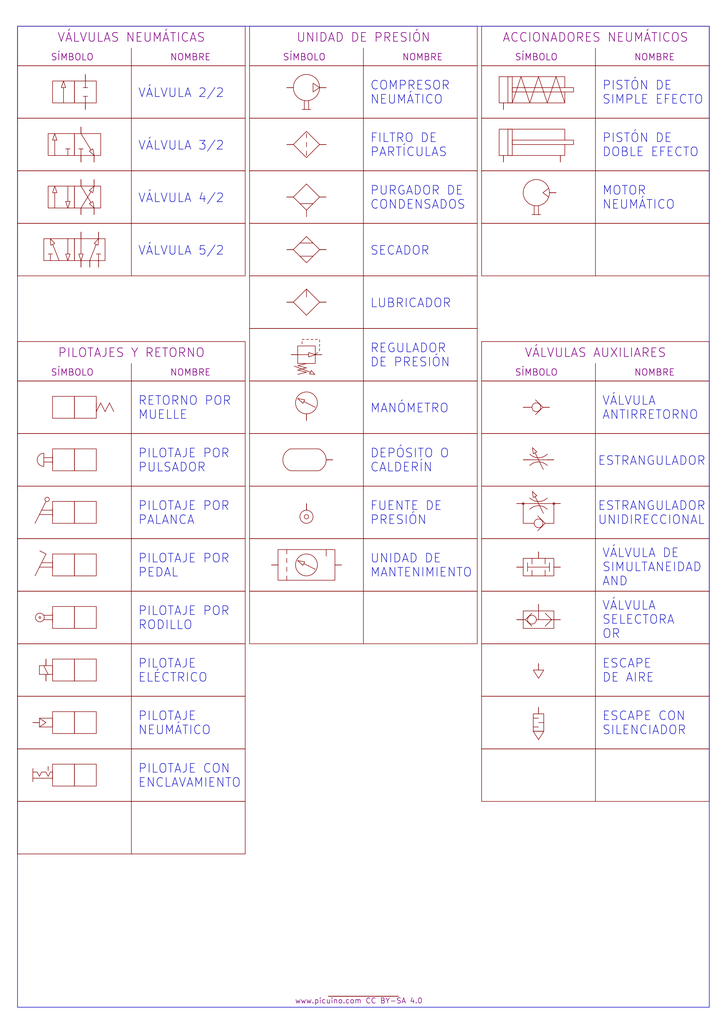
<source format=kicad_sch>
(kicad_sch (version 20230121) (generator eeschema)
  (paper "A4" portrait)
  (title_block (title "Símbolos neumáticos.") (date "20/05/2022") (company "www.picuino.com") (comment 1 "Copyright (c) 2022 by Carlos Pardo") (comment 2 "License CC BY-SA 4.0"))
  (lib_symbols
    (symbol "neumatic-simbolos-nombres-rescue:Calderin-simbolos" (pin_names (offset 1.016))
      (symbol "Calderin-simbolos_0_1"
        (arc (start -10.414 3.175) (mid -12.5636 0) (end -10.414 -3.175))
        (arc (start -2.159 -3.175) (mid -0.0094 0) (end -2.159 3.175))
        (polyline (pts (xy -10.414 -3.175) (xy -2.159 -3.175)))
        (polyline (pts (xy -2.159 3.175) (xy -10.414 3.175)))
      )
      (symbol "Calderin-simbolos_1_1"
        (pin bidirectional line (at 1.905 0 180) (length 1.905) (name "") (number ""))
      )
    )
    (symbol "neumatic-simbolos-nombres-rescue:Compresor-simbolos" (pin_names (offset 1.016))
      (symbol "Compresor-simbolos_0_1"
        (circle (center -3.81 0) (radius 3.81))
        (polyline (pts (xy -5.08 -6.35) (xy -2.54 -6.35)))
        (polyline (pts (xy -4.445 -3.81) (xy -4.445 -6.35)))
        (polyline (pts (xy -3.175 -3.81) (xy -3.175 -6.35)))
        (polyline (pts (xy 0 0) (xy -1.905 1.27) (xy -1.905 -1.27) (xy 0 0)))
      )
      (symbol "Compresor-simbolos_1_1"
        (pin input line (at -9.525 0 0) (length 1.905) (name "") (number ""))
        (pin output line (at 1.905 0 180) (length 1.905) (name "") (number ""))
      )
    )
    (symbol "neumatic-simbolos-nombres-rescue:CopyRight-simbolos-simbolos" (pin_names (offset 1.016))
      (property "License" "CC BY-SA 4.0" (at -1.27 -1.27 0))
      (property "Web" "www.picuino.com" (at 0 -1.27 0))
      (symbol "CopyRight-simbolos-simbolos_0_1"
        (polyline (pts (xy -10.16 0) (xy 10.16 0)) (stroke (width 0.2032)))
      )
    )
    (symbol "neumatic-simbolos-nombres-rescue:Escape-simbolos" (pin_names (offset 1.016))
      (symbol "Escape-simbolos_0_1"
        (polyline (pts (xy -1.524 -1.905) (xy 1.524 -1.905) (xy 0 -4.318) (xy -1.524 -1.905)))
      )
      (symbol "Escape-simbolos_1_1"
        (pin input line (at 0 0 270) (length 1.905) (name "") (number ""))
      )
    )
    (symbol "neumatic-simbolos-nombres-rescue:Escape_silenciador-simbolos" (pin_names (offset 1.016))
      (symbol "Escape_silenciador-simbolos_0_1"
        (rectangle (start -1.524 -1.905) (end 1.524 -6.985))
        (polyline (pts (xy -1.524 -5.715) (xy 0 -5.715)))
        (polyline (pts (xy -1.524 -3.175) (xy 0 -3.175)))
        (polyline (pts (xy 1.524 -4.445) (xy 0 -4.445)))
        (polyline (pts (xy -1.524 -6.985) (xy 1.524 -6.985) (xy 0 -9.398) (xy -1.524 -6.985)))
      )
      (symbol "Escape_silenciador-simbolos_1_1"
        (pin input line (at 0 0 270) (length 1.905) (name "") (number ""))
      )
    )
    (symbol "neumatic-simbolos-nombres-rescue:Estrangulador-simbolos" (pin_names (offset 1.016))
      (symbol "Estrangulador-simbolos_0_1"
        (arc (start -2.54 1.651) (mid 0 0.5989) (end 2.54 1.651))
        (polyline (pts (xy -2.54 0) (xy 2.54 0)))
        (polyline (pts (xy -1.397 -2.794) (xy 1.016 2.032)))
        (polyline (pts (xy 0.508 2.286) (xy 1.524 1.778)))
        (polyline (pts (xy 1.524 1.778) (xy 1.778 3.556) (xy 0.508 2.286)))
        (arc (start 2.54 -1.651) (mid 0 -0.5989) (end -2.54 -1.651))
      )
      (symbol "Estrangulador-simbolos_1_1"
        (pin output line (at -4.445 0 0) (length 1.905) (name "") (number ""))
        (pin input line (at 4.445 0 180) (length 1.905) (name "") (number ""))
      )
    )
    (symbol "neumatic-simbolos-nombres-rescue:Estrangulador_unidireccional-simbolos" (pin_names (offset 1.016))
      (symbol "Estrangulador_unidireccional-simbolos_0_1"
        (circle (center -4.445 0) (radius 0.2794))
        (arc (start -2.54 1.651) (mid 0 0.5989) (end 2.54 1.651))
        (polyline (pts (xy -0.508 2.286) (xy -1.524 1.778)))
        (polyline (pts (xy 1.397 -2.794) (xy -1.016 2.032)))
        (polyline (pts (xy 4.445 0) (xy -4.445 0)))
        (polyline (pts (xy -1.524 1.778) (xy -1.778 3.556) (xy -0.508 2.286)))
        (polyline (pts (xy -1.27 -5.715) (xy -4.445 -5.715) (xy -4.445 0)))
        (polyline (pts (xy 1.905 -5.715) (xy 4.445 -5.715) (xy 4.445 0)))
        (arc (start 2.54 -1.651) (mid 0 -0.5989) (end -2.54 -1.651))
        (circle (center 4.445 0) (radius 0.2794))
      )
      (symbol "Estrangulador_unidireccional-simbolos_1_1"
        (circle (center 0 -5.715) (radius 1.27))
        (polyline (pts (xy 1.905 -5.715) (xy -0.254 -7.874)))
        (polyline (pts (xy 1.905 -5.715) (xy -0.254 -3.556)))
        (pin output line (at -6.35 0 0) (length 1.905) (name "") (number ""))
        (pin input line (at 6.35 0 180) (length 1.905) (name "") (number ""))
      )
    )
    (symbol "neumatic-simbolos-nombres-rescue:Filtro_aire-simbolos" (pin_names (offset 1.016))
      (symbol "Filtro_aire-simbolos_0_1"
        (polyline (pts (xy -3.81 -1.905) (xy -3.81 -3.175)))
        (polyline (pts (xy -3.81 0.635) (xy -3.81 -0.635)))
        (polyline (pts (xy -3.81 3.175) (xy -3.81 1.905)))
        (polyline (pts (xy -3.81 3.81) (xy -7.62 0) (xy -3.81 -3.81) (xy 0 0) (xy -3.81 3.81)))
      )
      (symbol "Filtro_aire-simbolos_1_1"
        (pin input line (at -9.525 0 0) (length 1.905) (name "") (number ""))
        (pin output line (at 1.905 0 180) (length 1.905) (name "") (number ""))
      )
    )
    (symbol "neumatic-simbolos-nombres-rescue:Fuente_presion-simbolos" (pin_names (offset 1.016))
      (symbol "Fuente_presion-simbolos_0_1"
        (circle (center 0 3.81) (radius 0.635))
        (circle (center 0 3.81) (radius 1.905))
      )
      (symbol "Fuente_presion-simbolos_1_1"
        (pin output line (at 0 0 90) (length 1.905) (name "") (number ""))
      )
    )
    (symbol "neumatic-simbolos-nombres-rescue:Lubricador-simbolos" (pin_names (offset 1.016))
      (symbol "Lubricador-simbolos_0_1"
        (polyline (pts (xy -3.81 3.81) (xy -3.81 1.524)))
        (polyline (pts (xy -3.81 3.81) (xy -7.62 0) (xy -3.81 -3.81) (xy 0 0) (xy -3.81 3.81)))
      )
      (symbol "Lubricador-simbolos_1_1"
        (pin input line (at -9.525 0 0) (length 1.905) (name "") (number ""))
        (pin output line (at 1.905 0 180) (length 1.905) (name "") (number ""))
      )
    )
    (symbol "neumatic-simbolos-nombres-rescue:Manometro-simbolos" (pin_names (offset 1.016))
      (symbol "Manometro-simbolos_0_1"
        (polyline (pts (xy -0.762 5.461) (xy 2.54 3.81)))
        (polyline (pts (xy -0.762 5.461) (xy -1.016 4.953) (xy -2.54 6.35)))
        (polyline (pts (xy -0.762 5.461) (xy -0.508 5.969) (xy -2.54 6.35)))
        (circle (center 0 5.08) (radius 3.175))
      )
      (symbol "Manometro-simbolos_1_1"
        (pin output line (at 0 0 90) (length 1.905) (name "") (number ""))
      )
    )
    (symbol "neumatic-simbolos-nombres-rescue:Marco_1-simbolos" (pin_names (offset 1.016))
      (symbol "Marco_1-simbolos_0_1"
        (polyline (pts (xy 0 -15.24) (xy 0 0)))
        (polyline (pts (xy 0 -15.24) (xy 66.04 -15.24)))
        (polyline (pts (xy 0 0) (xy 66.04 0)))
        (polyline (pts (xy 33.02 0) (xy 33.02 -15.24)))
        (polyline (pts (xy 66.04 0) (xy 66.04 -15.24)))
      )
    )
    (symbol "neumatic-simbolos-nombres-rescue:Marco_2-simbolos" (pin_names (offset 1.016))
      (property "Field4" "TIPO" (at 33.02 -4.445 0))
      (property "Field5" "SÍMBOLO" (at 11.43 -11.43 0))
      (property "Field7" "NOMBRE" (at 48.26 -11.43 0))
      (symbol "Marco_2-simbolos_0_1"
        (polyline (pts (xy 0 -12.7) (xy 0 -1.27)))
        (polyline (pts (xy 0 -1.27) (xy 66.04 -1.27)))
        (polyline (pts (xy 33.02 -12.7) (xy 0 -12.7)))
        (polyline (pts (xy 33.02 -12.7) (xy 66.04 -12.7)))
        (polyline (pts (xy 33.02 -7.62) (xy 33.02 -12.7)))
        (polyline (pts (xy 66.04 -1.27) (xy 66.04 -12.7)))
      )
    )
    (symbol "neumatic-simbolos-nombres-rescue:Motor_giratorio-simbolos" (pin_names (offset 1.016))
      (symbol "Motor_giratorio-simbolos_0_1"
        (circle (center -3.81 0) (radius 3.81))
        (polyline (pts (xy -5.08 -6.35) (xy -2.54 -6.35)))
        (polyline (pts (xy -4.445 -3.81) (xy -4.445 -6.35)))
        (polyline (pts (xy -3.175 -3.81) (xy -3.175 -6.35)))
        (polyline (pts (xy -0.254 1.27) (xy -1.905 0) (xy -0.254 -1.27)))
      )
      (symbol "Motor_giratorio-simbolos_1_1"
        (pin input line (at 1.905 0 180) (length 1.905) (name "") (number ""))
      )
    )
    (symbol "neumatic-simbolos-nombres-rescue:Pilotaje_electrico-simbolos" (pin_names (offset 1.016))
      (symbol "Pilotaje_electrico-simbolos_0_1"
        (polyline (pts (xy -2.54 1.27) (xy -1.27 -1.27)))
        (rectangle (start 0 1.27) (end -3.81 -1.27))
      )
      (symbol "Pilotaje_electrico-simbolos_1_1"
        (pin input line (at -1.905 -3.175 90) (length 1.905) (name "") (number ""))
        (pin input line (at -1.905 3.175 270) (length 1.905) (name "") (number ""))
      )
    )
    (symbol "neumatic-simbolos-nombres-rescue:Pilotaje_enclavamiento-simbolos" (pin_names (offset 1.016))
      (symbol "Pilotaje_enclavamiento-simbolos_0_1"
        (polyline (pts (xy -3.175 1.905) (xy -3.175 -1.905)))
        (polyline (pts (xy 1.27 2.54) (xy 1.27 1.27)))
        (polyline (pts (xy 2.54 -0.889) (xy -3.175 -0.889)))
        (polyline (pts (xy 2.54 1.27) (xy 2.54 -1.27)))
        (polyline (pts (xy -3.175 0.889) (xy -1.905 0.889) (xy -1.27 -0.381) (xy -0.635 0.889) (xy 0.635 0.889) (xy 1.27 -0.381) (xy 1.905 0.889) (xy 2.54 0.889)))
      )
    )
    (symbol "neumatic-simbolos-nombres-rescue:Pilotaje_muelle-simbolos" (pin_names (offset 1.016))
      (symbol "Pilotaje_muelle-simbolos_0_1"
        (polyline (pts (xy 0 1.27) (xy 0 -1.27) (xy 1.27 1.27) (xy 2.54 -1.27) (xy 3.81 1.27) (xy 5.08 -1.27)))
      )
    )
    (symbol "neumatic-simbolos-nombres-rescue:Pilotaje_neumatico-simbolos" (pin_names (offset 1.016))
      (symbol "Pilotaje_neumatico-simbolos_0_1"
        (polyline (pts (xy -3.81 1.27) (xy -1.905 0) (xy -3.81 -1.27)))
        (rectangle (start 0 1.27) (end -3.81 -1.27))
      )
      (symbol "Pilotaje_neumatico-simbolos_1_1"
        (pin input line (at -5.715 0 0) (length 1.905) (name "") (number ""))
      )
    )
    (symbol "neumatic-simbolos-nombres-rescue:Pilotaje_palanca-simbolos" (pin_names (offset 1.016))
      (symbol "Pilotaje_palanca-simbolos_0_1"
        (polyline (pts (xy -1.27 -0.635) (xy -2.54 -3.175)))
        (polyline (pts (xy -1.27 -0.635) (xy 0.635 3.175)))
        (polyline (pts (xy -1.27 -0.635) (xy 2.54 -0.635)))
        (polyline (pts (xy 2.54 0.635) (xy -0.635 0.635)))
        (polyline (pts (xy 2.54 1.27) (xy 2.54 -1.27)))
        (circle (center 0.9652 3.7592) (radius 0.635))
      )
    )
    (symbol "neumatic-simbolos-nombres-rescue:Pilotaje_pedal-simbolos" (pin_names (offset 1.016))
      (symbol "Pilotaje_pedal-simbolos_0_1"
        (polyline (pts (xy -1.27 -0.635) (xy -2.54 -3.175)))
        (polyline (pts (xy -1.27 -0.635) (xy 0.635 3.175)))
        (polyline (pts (xy -0.635 0.635) (xy 2.54 0.635)))
        (polyline (pts (xy 0.635 3.175) (xy -1.143 4.064)))
        (polyline (pts (xy 2.54 -0.635) (xy -1.27 -0.635)))
        (polyline (pts (xy 2.54 1.27) (xy 2.54 -1.27)))
      )
    )
    (symbol "neumatic-simbolos-nombres-rescue:Pilotaje_pulsador-simbolos" (pin_names (offset 1.016))
      (symbol "Pilotaje_pulsador-simbolos_0_1"
        (polyline (pts (xy 0 -0.635) (xy 2.54 -0.635)))
        (polyline (pts (xy 0 0.635) (xy 2.54 0.635)))
        (polyline (pts (xy 0 1.905) (xy 0 -1.905)))
        (polyline (pts (xy 2.54 1.27) (xy 2.54 -1.27)))
        (arc (start 0 1.905) (mid -1.8967 0) (end 0 -1.905))
      )
    )
    (symbol "neumatic-simbolos-nombres-rescue:Pilotaje_rodillo-simbolos" (pin_names (offset 1.016))
      (symbol "Pilotaje_rodillo-simbolos_0_1"
        (circle (center -1.143 0) (radius 0.254))
        (circle (center -1.143 0) (radius 1.27))
        (polyline (pts (xy 0 -0.635) (xy 2.54 -0.635)))
        (polyline (pts (xy 0 0.635) (xy 2.54 0.635)))
        (polyline (pts (xy 2.54 1.27) (xy 2.54 -1.27)))
      )
    )
    (symbol "neumatic-simbolos-nombres-rescue:Piston_doble_efecto-simbolos" (pin_names (offset 1.016))
      (symbol "Piston_doble_efecto-simbolos_0_1"
        (polyline (pts (xy 17.78 6.35) (xy 17.78 9.525) (xy -1.27 9.525) (xy -1.27 1.905) (xy 17.78 1.905) (xy 17.78 5.08)))
        (rectangle (start 1.27 9.525) (end 2.54 1.905))
        (rectangle (start 20.32 6.35) (end 2.54 5.08))
      )
      (symbol "Piston_doble_efecto-simbolos_1_1"
        (pin bidirectional line (at 0 0 90) (length 1.905) (name "") (number ""))
        (pin bidirectional line (at 16.51 0 90) (length 1.905) (name "") (number ""))
      )
    )
    (symbol "neumatic-simbolos-nombres-rescue:Piston_simple_efecto-simbolos" (pin_names (offset 1.016))
      (symbol "Piston_simple_efecto-simbolos_0_1"
        (polyline (pts (xy 17.78 6.35) (xy 17.78 9.525) (xy -1.27 9.525) (xy -1.27 1.905) (xy 17.78 1.905) (xy 17.78 5.08)))
        (polyline (pts (xy 2.54 1.905) (xy 5.08 9.525) (xy 7.62 1.905) (xy 10.16 9.525) (xy 12.7 1.905) (xy 15.24 9.525) (xy 17.78 1.905)))
        (rectangle (start 1.27 9.525) (end 2.54 1.905))
        (rectangle (start 20.32 6.35) (end 2.54 5.08))
      )
      (symbol "Piston_simple_efecto-simbolos_1_1"
        (pin bidirectional line (at 0 0 90) (length 1.905) (name "") (number ""))
      )
    )
    (symbol "neumatic-simbolos-nombres-rescue:Purgador_agua-simbolos" (pin_names (offset 1.016))
      (symbol "Purgador_agua-simbolos_0_1"
        (polyline (pts (xy -5.715 -1.905) (xy -1.905 -1.905)))
        (polyline (pts (xy -3.81 -3.81) (xy -3.81 -5.715)))
        (polyline (pts (xy -3.81 3.81) (xy -7.62 0) (xy -3.81 -3.81) (xy 0 0) (xy -3.81 3.81)))
      )
      (symbol "Purgador_agua-simbolos_1_1"
        (pin input line (at -9.525 0 0) (length 1.905) (name "") (number ""))
        (pin output line (at 1.905 0 180) (length 1.905) (name "") (number ""))
      )
    )
    (symbol "neumatic-simbolos-nombres-rescue:Regulador_presion-simbolos" (pin_names (offset 1.016))
      (symbol "Regulador_presion-simbolos_0_1"
        (rectangle (start 0 -2.54) (end -5.08 2.54))
        (polyline (pts (xy -3.81 3.81) (xy -3.81 3.175)))
        (polyline (pts (xy -3.175 4.445) (xy -3.81 4.445)))
        (polyline (pts (xy -1.905 0) (xy -5.08 0)))
        (polyline (pts (xy -1.905 4.445) (xy -2.54 4.445)))
        (polyline (pts (xy -1.397 -5.08) (xy -6.096 -3.302)))
        (polyline (pts (xy -0.635 4.445) (xy -1.27 4.445)))
        (polyline (pts (xy 0 0) (xy 0.635 0.635)))
        (polyline (pts (xy 0.635 4.445) (xy 0 4.445)))
        (polyline (pts (xy 1.27 2.413) (xy 1.27 3.048)))
        (polyline (pts (xy 1.27 3.683) (xy 1.27 4.318)))
        (polyline (pts (xy 1.143 1.143) (xy 1.27 1.27) (xy 1.27 1.778)))
        (polyline (pts (xy 0 0) (xy -1.905 0.635) (xy -1.905 -0.635) (xy 0 0)))
        (polyline (pts (xy -0.127 -5.715) (xy -1.651 -5.588) (xy -1.397 -5.08) (xy -1.143 -4.572) (xy -0.127 -5.715)))
        (polyline (pts (xy -2.54 -2.54) (xy -5.08 -3.175) (xy -2.54 -3.81) (xy -5.08 -4.445) (xy -2.54 -5.08) (xy -5.08 -5.715)))
      )
      (symbol "Regulador_presion-simbolos_1_1"
        (pin input line (at -6.985 0 0) (length 1.905) (name "") (number ""))
        (pin output line (at 1.905 0 180) (length 1.905) (name "") (number ""))
      )
    )
    (symbol "neumatic-simbolos-nombres-rescue:Secador-simbolos" (pin_names (offset 1.016))
      (symbol "Secador-simbolos_0_1"
        (polyline (pts (xy -5.715 -1.905) (xy -1.905 -1.905)))
        (polyline (pts (xy -1.905 1.905) (xy -5.715 1.905)))
        (polyline (pts (xy -3.81 3.81) (xy -7.62 0) (xy -3.81 -3.81) (xy 0 0) (xy -3.81 3.81)))
      )
      (symbol "Secador-simbolos_1_1"
        (pin input line (at -9.525 0 0) (length 1.905) (name "") (number ""))
        (pin output line (at 1.905 0 180) (length 1.905) (name "") (number ""))
      )
    )
    (symbol "neumatic-simbolos-nombres-rescue:Unidad_mantenimiento-simbolos" (pin_names (offset 1.016))
      (symbol "Unidad_mantenimiento-simbolos_0_1"
        (polyline (pts (xy -5.715 1.27) (xy -5.715 0)))
        (polyline (pts (xy -5.715 3.81) (xy -5.715 2.54)))
        (polyline (pts (xy -5.715 6.35) (xy -5.715 5.08)))
        (polyline (pts (xy -5.715 8.89) (xy -5.715 7.62)))
        (polyline (pts (xy -0.762 4.826) (xy 2.54 3.175)))
        (polyline (pts (xy 5.715 8.89) (xy 5.715 6.985)))
        (polyline (pts (xy -0.762 4.826) (xy -1.016 4.318) (xy -2.54 5.715)))
        (polyline (pts (xy -0.762 4.826) (xy -0.508 5.334) (xy -2.54 5.715)))
        (circle (center 0 4.445) (radius 3.175))
        (rectangle (start 8.255 8.89) (end -8.255 0))
      )
      (symbol "Unidad_mantenimiento-simbolos_1_1"
        (pin input line (at -10.16 4.445 0) (length 1.905) (name "") (number ""))
        (pin output line (at 10.16 4.445 180) (length 1.905) (name "") (number ""))
      )
    )
    (symbol "neumatic-simbolos-nombres-rescue:Valvula_2_2-simbolos" (pin_names (offset 1.016))
      (symbol "Valvula_2_2-simbolos_0_1"
        (polyline (pts (xy 2.54 1.905) (xy 3.81 1.905)))
        (polyline (pts (xy 3.175 0) (xy 3.175 1.905)))
        (polyline (pts (xy 3.175 6.35) (xy 3.175 4.445)))
        (polyline (pts (xy 3.81 4.445) (xy 2.54 4.445)))
        (polyline (pts (xy -3.175 0) (xy -3.175 4.445) (xy -2.54 4.445) (xy -3.175 6.35) (xy -3.81 4.445) (xy -3.175 4.445)))
        (rectangle (start 0 6.35) (end -6.35 0))
        (rectangle (start 0 6.35) (end 6.35 0))
      )
      (symbol "Valvula_2_2-simbolos_1_1"
        (pin output line (at 3.175 -1.905 90) (length 1.905) (name "") (number ""))
        (pin output line (at 3.175 8.255 270) (length 1.905) (name "") (number ""))
      )
    )
    (symbol "neumatic-simbolos-nombres-rescue:Valvula_3_2-simbolos" (pin_names (offset 1.016))
      (symbol "Valvula_3_2-simbolos_0_1"
        (polyline (pts (xy -5.715 4.445) (xy -5.715 0)))
        (polyline (pts (xy -2.54 1.905) (xy -1.27 1.905)))
        (polyline (pts (xy -1.905 1.905) (xy -1.905 0)))
        (polyline (pts (xy 1.905 1.905) (xy 1.905 0)))
        (polyline (pts (xy 2.54 1.905) (xy 1.27 1.905)))
        (polyline (pts (xy 4.826 1.5748) (xy 1.905 6.35)))
        (polyline (pts (xy -5.715 6.35) (xy -6.35 4.445) (xy -5.08 4.445) (xy -5.715 6.35)))
        (polyline (pts (xy 5.715 0) (xy 5.334 1.905) (xy 4.318 1.27) (xy 5.715 0)))
        (rectangle (start 0 6.35) (end -7.62 0))
        (rectangle (start 0 6.35) (end 7.62 0))
      )
      (symbol "Valvula_3_2-simbolos_1_1"
        (pin input line (at 1.905 -1.905 90) (length 1.905) (name "") (number ""))
        (pin bidirectional line (at 1.905 8.255 270) (length 1.905) (name "") (number ""))
        (pin output line (at 5.715 -1.905 90) (length 1.905) (name "") (number ""))
      )
    )
    (symbol "neumatic-simbolos-nombres-rescue:Valvula_4_2-simbolos" (pin_names (offset 1.016))
      (symbol "Valvula_4_2-simbolos_0_1"
        (polyline (pts (xy -5.715 4.445) (xy -5.715 0)))
        (polyline (pts (xy -1.905 1.905) (xy -1.905 6.35)))
        (polyline (pts (xy 4.8006 1.5748) (xy 1.905 6.35)))
        (polyline (pts (xy 4.826 4.7752) (xy 1.905 0)))
        (polyline (pts (xy -5.715 6.35) (xy -6.35 4.445) (xy -5.08 4.445) (xy -5.715 6.35)))
        (polyline (pts (xy -1.905 0) (xy -2.54 1.905) (xy -1.27 1.905) (xy -1.905 0)))
        (polyline (pts (xy 5.715 0) (xy 5.334 1.905) (xy 4.318 1.27) (xy 5.715 0)))
        (polyline (pts (xy 5.715 6.35) (xy 5.334 4.445) (xy 4.318 5.08) (xy 5.715 6.35)))
        (rectangle (start 0 6.35) (end -7.62 0))
        (rectangle (start 0 6.35) (end 7.62 0))
      )
      (symbol "Valvula_4_2-simbolos_1_1"
        (pin input line (at 1.905 -1.905 90) (length 1.905) (name "") (number ""))
        (pin bidirectional line (at 1.905 8.255 270) (length 1.905) (name "") (number ""))
        (pin output line (at 5.715 -1.905 90) (length 1.905) (name "") (number ""))
        (pin bidirectional line (at 5.715 8.255 270) (length 1.905) (name "") (number ""))
      )
    )
    (symbol "neumatic-simbolos-nombres-rescue:Valvula_5_2-simbolos" (pin_names (offset 1.016))
      (symbol "Valvula_5_2-simbolos_0_1"
        (polyline (pts (xy -6.985 1.905) (xy -6.985 0)))
        (polyline (pts (xy -6.35 1.905) (xy -7.62 1.905)))
        (polyline (pts (xy -6.2992 4.6736) (xy -4.445 0)))
        (polyline (pts (xy -1.905 1.905) (xy -1.905 6.35)))
        (polyline (pts (xy 1.905 1.905) (xy 1.905 6.35)))
        (polyline (pts (xy 4.445 0) (xy 6.2992 4.6736)))
        (polyline (pts (xy 6.35 1.905) (xy 7.62 1.905)))
        (polyline (pts (xy 6.985 1.905) (xy 6.985 0)))
        (polyline (pts (xy -6.985 6.35) (xy -5.715 4.953) (xy -6.858 4.445) (xy -6.985 6.35)))
        (polyline (pts (xy -1.905 0) (xy -2.54 1.905) (xy -1.27 1.905) (xy -1.905 0)))
        (polyline (pts (xy 1.905 0) (xy 1.27 1.905) (xy 2.54 1.905) (xy 1.905 0)))
        (polyline (pts (xy 6.985 6.35) (xy 5.715 4.953) (xy 6.858 4.445) (xy 6.985 6.35)))
        (rectangle (start 0 6.35) (end -8.89 0))
        (rectangle (start 8.89 6.35) (end 0 0))
      )
      (symbol "Valvula_5_2-simbolos_1_1"
        (pin output line (at 1.905 -1.905 90) (length 1.905) (name "") (number ""))
        (pin bidirectional line (at 1.905 8.255 270) (length 1.905) (name "") (number ""))
        (pin input line (at 4.445 -1.905 90) (length 1.905) (name "") (number ""))
        (pin output line (at 6.985 -1.905 90) (length 1.905) (name "") (number ""))
        (pin bidirectional line (at 6.985 8.255 270) (length 1.905) (name "") (number ""))
      )
    )
    (symbol "neumatic-simbolos-nombres-rescue:Valvula_antirretorno-simbolos" (pin_names (offset 1.016))
      (symbol "Valvula_antirretorno-simbolos_0_1"
        (polyline (pts (xy -1.27 0) (xy -1.905 0)))
        (polyline (pts (xy 1.905 0) (xy -0.254 -2.159)))
        (polyline (pts (xy 1.905 0) (xy -0.254 2.159)))
        (circle (center 0 0) (radius 1.27))
      )
      (symbol "Valvula_antirretorno-simbolos_1_1"
        (pin output line (at -3.81 0 0) (length 1.905) (name "") (number ""))
        (pin input line (at 3.81 0 180) (length 1.905) (name "") (number ""))
      )
    )
    (symbol "neumatic-simbolos-nombres-rescue:Valvula_or-simbolos" (pin_names (offset 1.016))
      (symbol "Valvula_or-simbolos_0_1"
        (polyline (pts (xy 0.635 2.54) (xy 0 2.54)))
        (polyline (pts (xy 3.81 2.54) (xy 8.89 2.54)))
        (polyline (pts (xy 4.445 2.54) (xy 4.445 5.08)))
        (polyline (pts (xy 2.54 4.445) (xy 0.635 2.54) (xy 2.54 0.635)))
        (polyline (pts (xy 6.35 4.445) (xy 8.255 2.54) (xy 6.35 0.635)))
        (rectangle (start 0 5.08) (end 8.89 0))
        (circle (center 2.54 2.54) (radius 1.27))
      )
      (symbol "Valvula_or-simbolos_1_1"
        (pin input line (at -1.905 2.54 0) (length 1.905) (name "") (number ""))
        (pin output line (at 4.445 6.985 270) (length 1.905) (name "") (number ""))
        (pin input line (at 10.795 2.54 180) (length 1.905) (name "") (number ""))
      )
    )
    (symbol "neumatic-simbolos-nombres-rescue:Valvula_simultaneidad-simbolos" (pin_names (offset 1.016))
      (symbol "Valvula_simultaneidad-simbolos_0_1"
        (polyline (pts (xy 1.27 2.54) (xy 7.62 2.54)))
        (polyline (pts (xy 1.27 3.81) (xy 1.27 1.27)))
        (polyline (pts (xy 2.54 0) (xy 2.54 1.651)))
        (polyline (pts (xy 2.54 5.08) (xy 2.54 3.429)))
        (polyline (pts (xy 6.35 0) (xy 6.35 1.651)))
        (polyline (pts (xy 6.35 5.08) (xy 6.35 3.429)))
        (polyline (pts (xy 7.62 3.81) (xy 7.62 1.27)))
        (polyline (pts (xy 0 5.08) (xy 0 0) (xy 8.89 0) (xy 8.89 5.08) (xy 0 5.08)))
      )
      (symbol "Valvula_simultaneidad-simbolos_1_1"
        (pin input line (at -1.905 2.54 0) (length 1.905) (name "") (number ""))
        (pin output line (at 4.445 6.985 270) (length 1.905) (name "") (number ""))
        (pin input line (at 10.795 2.54 180) (length 1.905) (name "") (number ""))
      )
    )
    (symbol "neumatic-simbolos-nombres-rescue:Valvula_virtual-simbolos" (pin_names (offset 1.016))
      (symbol "Valvula_virtual-simbolos_0_1"
        (rectangle (start 0 6.35) (end -6.35 0))
        (rectangle (start 0 6.35) (end 6.35 0))
      )
    )
  )
  (polyline (pts (xy 5.08 292.1) (xy 205.74 292.1)))
  (polyline (pts (xy 5.08 292.1) (xy 5.08 7.62)))
  (polyline (pts (xy 205.74 292.1) (xy 205.74 7.62)))
  (polyline (pts (xy 5.08 7.62) (xy 205.74 7.62)))
  (text "PISTÓN DE \nSIMPLE EFECTO" (at 174.625 30.48 0) (effects (font (size 2.54 2.54)) (justify left bottom)))
  (text "PISTÓN DE \nDOBLE EFECTO" (at 174.625 45.72 0) (effects (font (size 2.54 2.54)) (justify left bottom)))
  (text "VÁLVULA\nANTIRRETORNO" (at 174.625 121.92 0) (effects (font (size 2.54 2.54)) (justify left bottom)))
  (text "MANÓMETRO" (at 107.315 120.015 0) (effects (font (size 2.54 2.54)) (justify left bottom)))
  (text "VÁLVULA 2/2" (at 40.005 28.575 0) (effects (font (size 2.54 2.54)) (justify left bottom)))
  (text "PILOTAJE CON\nENCLAVAMIENTO" (at 40.005 228.6 0) (effects (font (size 2.54 2.54)) (justify left bottom)))
  (text "ESTRANGULADOR" (at 173.355 135.255 0) (effects (font (size 2.54 2.54)) (justify left bottom)))
  (text "PILOTAJE POR\nPEDAL\n" (at 40.005 167.64 0) (effects (font (size 2.54 2.54)) (justify left bottom)))
  (text "PILOTAJE POR\nPULSADOR" (at 40.005 137.16 0) (effects (font (size 2.54 2.54)) (justify left bottom)))
  (text "REGULADOR\nDE PRESIÓN" (at 107.315 106.68 0) (effects (font (size 2.54 2.54)) (justify left bottom)))
  (text "DEPÓSITO O\nCALDERÍN" (at 107.315 137.16 0) (effects (font (size 2.54 2.54)) (justify left bottom)))
  (text "ESCAPE CON\nSILENCIADOR" (at 174.625 213.36 0) (effects (font (size 2.54 2.54)) (justify left bottom)))
  (text "PILOTAJE\nNEUMÁTICO" (at 40.005 213.36 0) (effects (font (size 2.54 2.54)) (justify left bottom)))
  (text "FUENTE DE\nPRESIÓN" (at 107.315 152.4 0) (effects (font (size 2.54 2.54)) (justify left bottom)))
  (text "VÁLVULA 3/2" (at 40.005 43.815 0) (effects (font (size 2.54 2.54)) (justify left bottom)))
  (text "UNIDAD DE\nMANTENIMIENTO" (at 107.315 167.64 0) (effects (font (size 2.54 2.54)) (justify left bottom)))
  (text "PILOTAJE POR\nRODILLO" (at 40.005 182.88 0) (effects (font (size 2.54 2.54)) (justify left bottom)))
  (text "LUBRICADOR" (at 107.315 89.535 0) (effects (font (size 2.54 2.54)) (justify left bottom)))
  (text "MOTOR\nNEUMÁTICO" (at 174.625 60.96 0) (effects (font (size 2.54 2.54)) (justify left bottom)))
  (text "VÁLVULA\nSELECTORA\nOR" (at 174.625 185.42 0) (effects (font (size 2.54 2.54)) (justify left bottom)))
  (text "VÁLVULA 5/2" (at 40.005 74.295 0) (effects (font (size 2.54 2.54)) (justify left bottom)))
  (text "ESCAPE\nDE AIRE" (at 174.625 198.12 0) (effects (font (size 2.54 2.54)) (justify left bottom)))
  (text "FILTRO DE\nPARTÍCULAS" (at 107.315 45.72 0) (effects (font (size 2.54 2.54)) (justify left bottom)))
  (text "PILOTAJE POR\nPALANCA" (at 40.005 152.4 0) (effects (font (size 2.54 2.54)) (justify left bottom)))
  (text "RETORNO POR\nMUELLE" (at 40.005 121.92 0) (effects (font (size 2.54 2.54)) (justify left bottom)))
  (text "VÁLVULA DE\nSIMULTANEIDAD\nAND" (at 174.625 170.18 0) (effects (font (size 2.54 2.54)) (justify left bottom)))
  (text "ESTRANGULADOR\nUNIDIRECCIONAL" (at 173.355 152.4 0) (effects (font (size 2.54 2.54)) (justify left bottom)))
  (text "PURGADOR DE\nCONDENSADOS" (at 107.315 60.96 0) (effects (font (size 2.54 2.54)) (justify left bottom)))
  (text "PILOTAJE\nELÉCTRICO" (at 40.005 198.12 0) (effects (font (size 2.54 2.54)) (justify left bottom)))
  (text "COMPRESOR\nNEUMÁTICO\n" (at 107.315 30.48 0) (effects (font (size 2.54 2.54)) (justify left bottom)))
  (text "VÁLVULA 4/2" (at 40.005 59.055 0) (effects (font (size 2.54 2.54)) (justify left bottom)))
  (text "SECADOR" (at 107.315 74.295 0) (effects (font (size 2.54 2.54)) (justify left bottom)))
  (symbol (lib_id "neumatic-simbolos-nombres-rescue:Marco_2-simbolos") (at 5.08 6.35 0) (unit 1)
    (property "Reference" "M?" (effects hide))
    (property "Value" "Marco_2" (effects hide))
    (property "Field4" "VÁLVULAS NEUMÁTICAS" (at 38.1 10.795 0) (effects (font (size 2.54 2.54))))
    (property "Field5" "SÍMBOLO" (at 20.955 16.51 0) (effects (font (size 1.905 1.905))))
    (property "Field7" "NOMBRE" (at 55.245 16.51 0) (effects (font (size 1.905 1.905))))
  )
  (symbol (lib_id "neumatic-simbolos-nombres-rescue:Marco_1-simbolos") (at 5.08 19.05 0) (unit 1)
    (property "Reference" "M?" (effects hide))
    (property "Value" "Marco_1" (effects hide))
  )
  (symbol (lib_id "neumatic-simbolos-nombres-rescue:CopyRight-simbolos-simbolos") (at 105.41 288.925 0) (unit 1)
    (property "Reference" "CP?" (effects hide))
    (property "Value" "CopyRight-simbolos" (effects hide))
    (property "License" "CC BY-SA 4.0" (at 114.3 290.195 0) (effects (font (size 1.524 1.524))))
    (property "Web" "www.picuino.com" (at 95.25 290.195 0) (effects (font (size 1.524 1.524))))
  )
  (symbol (lib_id "neumatic-simbolos-nombres-rescue:Valvula_virtual-simbolos") (at 21.59 167.005 0) (unit 1)
    (property "Reference" "V?" (effects hide))
    (property "Value" "Valvula_virtual" (effects hide))
  )
  (symbol (lib_id "neumatic-simbolos-nombres-rescue:Marco_1-simbolos") (at 5.08 156.21 0) (unit 1)
    (property "Reference" "M?" (effects hide))
    (property "Value" "Marco_1" (effects hide))
  )
  (symbol (lib_id "neumatic-simbolos-nombres-rescue:Marco_1-simbolos") (at 5.08 34.29 0) (unit 1)
    (property "Reference" "M?" (effects hide))
    (property "Value" "Marco_1" (effects hide))
  )
  (symbol (lib_id "neumatic-simbolos-nombres-rescue:Valvula_2_2-simbolos") (at 21.59 29.845 0) (unit 1)
    (property "Reference" "V?" (effects hide))
    (property "Value" "Valvula_2_2" (effects hide))
  )
  (symbol (lib_id "neumatic-simbolos-nombres-rescue:Pilotaje_pedal-simbolos") (at 12.7 163.83 0) (unit 1)
    (property "Reference" "U?" (effects hide))
    (property "Value" "Pilotaje_pedal" (effects hide))
  )
  (symbol (lib_id "neumatic-simbolos-nombres-rescue:Valvula_3_2-simbolos") (at 21.59 45.085 0) (unit 1)
    (property "Reference" "V?" (effects hide))
    (property "Value" "Valvula_3_2" (effects hide))
  )
  (symbol (lib_id "neumatic-simbolos-nombres-rescue:Valvula_4_2-simbolos") (at 21.59 60.325 0) (unit 1)
    (property "Reference" "V?" (effects hide))
    (property "Value" "Valvula_4_2" (effects hide))
  )
  (symbol (lib_id "neumatic-simbolos-nombres-rescue:Valvula_5_2-simbolos") (at 21.59 75.565 0) (unit 1)
    (property "Reference" "V?" (effects hide))
    (property "Value" "Valvula_5_2" (effects hide))
  )
  (symbol (lib_id "neumatic-simbolos-nombres-rescue:Marco_1-simbolos") (at 5.08 49.53 0) (unit 1)
    (property "Reference" "M?" (effects hide))
    (property "Value" "Marco_1" (effects hide))
  )
  (symbol (lib_id "neumatic-simbolos-nombres-rescue:Marco_1-simbolos") (at 5.08 64.77 0) (unit 1)
    (property "Reference" "M?" (effects hide))
    (property "Value" "Marco_1" (effects hide))
  )
  (symbol (lib_id "neumatic-simbolos-nombres-rescue:Valvula_virtual-simbolos") (at 21.59 182.245 0) (unit 1)
    (property "Reference" "V?" (effects hide))
    (property "Value" "Valvula_virtual" (effects hide))
  )
  (symbol (lib_id "neumatic-simbolos-nombres-rescue:Marco_1-simbolos") (at 5.08 171.45 0) (unit 1)
    (property "Reference" "M?" (effects hide))
    (property "Value" "Marco_1" (effects hide))
  )
  (symbol (lib_id "neumatic-simbolos-nombres-rescue:Pilotaje_rodillo-simbolos") (at 12.7 179.07 0) (unit 1)
    (property "Reference" "U?" (effects hide))
    (property "Value" "Pilotaje_rodillo" (effects hide))
  )
  (symbol (lib_id "neumatic-simbolos-nombres-rescue:Marco_2-simbolos") (at 5.08 97.79 0) (unit 1)
    (property "Reference" "M?" (effects hide))
    (property "Value" "Marco_2" (effects hide))
    (property "Field4" "PILOTAJES Y RETORNO" (at 38.1 102.235 0) (effects (font (size 2.54 2.54))))
    (property "Field5" "SÍMBOLO" (at 20.955 107.95 0) (effects (font (size 1.905 1.905))))
    (property "Field7" "NOMBRE" (at 55.245 107.95 0) (effects (font (size 1.905 1.905))))
  )
  (symbol (lib_id "neumatic-simbolos-nombres-rescue:Marco_1-simbolos") (at 5.08 110.49 0) (unit 1)
    (property "Reference" "M?" (effects hide))
    (property "Value" "Marco_1" (effects hide))
  )
  (symbol (lib_id "neumatic-simbolos-nombres-rescue:Valvula_virtual-simbolos") (at 21.59 197.485 0) (unit 1)
    (property "Reference" "V?" (effects hide))
    (property "Value" "Valvula_virtual" (effects hide))
  )
  (symbol (lib_id "neumatic-simbolos-nombres-rescue:Marco_1-simbolos") (at 5.08 186.69 0) (unit 1)
    (property "Reference" "M?" (effects hide))
    (property "Value" "Marco_1" (effects hide))
  )
  (symbol (lib_id "neumatic-simbolos-nombres-rescue:Valvula_virtual-simbolos") (at 21.59 212.725 0) (unit 1)
    (property "Reference" "V?" (effects hide))
    (property "Value" "Valvula_virtual" (effects hide))
  )
  (symbol (lib_id "neumatic-simbolos-nombres-rescue:Marco_1-simbolos") (at 5.08 201.93 0) (unit 1)
    (property "Reference" "M?" (effects hide))
    (property "Value" "Marco_1" (effects hide))
  )
  (symbol (lib_id "neumatic-simbolos-nombres-rescue:Valvula_virtual-simbolos") (at 21.59 121.285 0) (unit 1)
    (property "Reference" "V?" (effects hide))
    (property "Value" "Valvula_virtual" (effects hide))
  )
  (symbol (lib_id "neumatic-simbolos-nombres-rescue:Pilotaje_neumatico-simbolos") (at 15.24 209.55 0) (unit 1)
    (property "Reference" "U?" (effects hide))
    (property "Value" "Pilotaje_neumatico" (effects hide))
  )
  (symbol (lib_id "neumatic-simbolos-nombres-rescue:Pilotaje_electrico-simbolos") (at 15.24 194.31 0) (unit 1)
    (property "Reference" "U?" (effects hide))
    (property "Value" "Pilotaje_electrico" (effects hide))
  )
  (symbol (lib_id "neumatic-simbolos-nombres-rescue:Pilotaje_muelle-simbolos") (at 27.94 118.11 0) (unit 1)
    (property "Reference" "U?" (effects hide))
    (property "Value" "Pilotaje_muelle" (effects hide))
  )
  (symbol (lib_id "neumatic-simbolos-nombres-rescue:Compresor-simbolos") (at 92.71 25.4 0) (unit 1)
    (property "Reference" "V?" (effects hide))
    (property "Value" "Compresor" (effects hide))
  )
  (symbol (lib_id "neumatic-simbolos-nombres-rescue:Valvula_virtual-simbolos") (at 21.59 136.525 0) (unit 1)
    (property "Reference" "V?" (effects hide))
    (property "Value" "Valvula_virtual" (effects hide))
  )
  (symbol (lib_id "neumatic-simbolos-nombres-rescue:Pilotaje_pulsador-simbolos") (at 12.7 133.35 0) (unit 1)
    (property "Reference" "U?" (effects hide))
    (property "Value" "Pilotaje_pulsador" (effects hide))
  )
  (symbol (lib_id "neumatic-simbolos-nombres-rescue:Marco_1-simbolos") (at 5.08 125.73 0) (unit 1)
    (property "Reference" "M?" (effects hide))
    (property "Value" "Marco_1" (effects hide))
  )
  (symbol (lib_id "neumatic-simbolos-nombres-rescue:Valvula_virtual-simbolos") (at 21.59 151.765 0) (unit 1)
    (property "Reference" "V?" (effects hide))
    (property "Value" "Valvula_virtual" (effects hide))
  )
  (symbol (lib_id "neumatic-simbolos-nombres-rescue:Marco_1-simbolos") (at 5.08 140.97 0) (unit 1)
    (property "Reference" "M?" (effects hide))
    (property "Value" "Marco_1" (effects hide))
  )
  (symbol (lib_id "neumatic-simbolos-nombres-rescue:Marco_1-simbolos") (at 72.39 19.05 0) (unit 1)
    (property "Reference" "M?" (effects hide))
    (property "Value" "Marco_1" (effects hide))
  )
  (symbol (lib_id "neumatic-simbolos-nombres-rescue:Pilotaje_palanca-simbolos") (at 12.7 148.59 0) (unit 1)
    (property "Reference" "U?" (effects hide))
    (property "Value" "Pilotaje_palanca" (effects hide))
  )
  (symbol (lib_id "neumatic-simbolos-nombres-rescue:Marco_1-simbolos") (at 72.39 34.29 0) (unit 1)
    (property "Reference" "M?" (effects hide))
    (property "Value" "Marco_1" (effects hide))
  )
  (symbol (lib_id "neumatic-simbolos-nombres-rescue:Filtro_aire-simbolos") (at 92.71 41.91 0) (unit 1)
    (property "Reference" "V?" (effects hide))
    (property "Value" "Filtro_aire" (effects hide))
  )
  (symbol (lib_id "neumatic-simbolos-nombres-rescue:Marco_1-simbolos") (at 72.39 49.53 0) (unit 1)
    (property "Reference" "M?" (effects hide))
    (property "Value" "Marco_1" (effects hide))
  )
  (symbol (lib_id "neumatic-simbolos-nombres-rescue:Purgador_agua-simbolos") (at 92.71 57.15 0) (unit 1)
    (property "Reference" "V?" (effects hide))
    (property "Value" "Purgador_agua" (effects hide))
  )
  (symbol (lib_id "neumatic-simbolos-nombres-rescue:Marco_1-simbolos") (at 72.39 64.77 0) (unit 1)
    (property "Reference" "M?" (effects hide))
    (property "Value" "Marco_1" (effects hide))
  )
  (symbol (lib_id "neumatic-simbolos-nombres-rescue:Secador-simbolos") (at 92.71 72.39 0) (unit 1)
    (property "Reference" "V?" (effects hide))
    (property "Value" "Secador" (effects hide))
  )
  (symbol (lib_id "neumatic-simbolos-nombres-rescue:Lubricador-simbolos") (at 92.71 87.63 0) (unit 1)
    (property "Reference" "V?" (effects hide))
    (property "Value" "Lubricador" (effects hide))
  )
  (symbol (lib_id "neumatic-simbolos-nombres-rescue:Marco_1-simbolos") (at 72.39 80.01 0) (unit 1)
    (property "Reference" "M?" (effects hide))
    (property "Value" "Marco_1" (effects hide))
  )
  (symbol (lib_id "neumatic-simbolos-nombres-rescue:Marco_1-simbolos") (at 72.39 95.25 0) (unit 1)
    (property "Reference" "M?" (effects hide))
    (property "Value" "Marco_1" (effects hide))
  )
  (symbol (lib_id "neumatic-simbolos-nombres-rescue:Regulador_presion-simbolos") (at 91.44 102.87 0) (unit 1)
    (property "Reference" "V?" (effects hide))
    (property "Value" "Regulador_presion" (effects hide))
  )
  (symbol (lib_id "neumatic-simbolos-nombres-rescue:Marco_1-simbolos") (at 72.39 110.49 0) (unit 1)
    (property "Reference" "M?" (effects hide))
    (property "Value" "Marco_1" (effects hide))
  )
  (symbol (lib_id "neumatic-simbolos-nombres-rescue:Manometro-simbolos") (at 88.9 121.92 0) (unit 1)
    (property "Reference" "V?" (effects hide))
    (property "Value" "Manometro" (effects hide))
  )
  (symbol (lib_id "neumatic-simbolos-nombres-rescue:Marco_2-simbolos") (at 72.39 6.35 0) (unit 1)
    (property "Reference" "M?" (effects hide))
    (property "Value" "Marco_2" (effects hide))
    (property "Field4" "UNIDAD DE PRESIÓN" (at 105.41 10.795 0) (effects (font (size 2.54 2.54))))
    (property "Field5" "SÍMBOLO" (at 88.265 16.51 0) (effects (font (size 1.905 1.905))))
    (property "Field7" "NOMBRE" (at 122.555 16.51 0) (effects (font (size 1.905 1.905))))
  )
  (symbol (lib_id "neumatic-simbolos-nombres-rescue:Marco_1-simbolos") (at 72.39 125.73 0) (unit 1)
    (property "Reference" "M?" (effects hide))
    (property "Value" "Marco_1" (effects hide))
  )
  (symbol (lib_id "neumatic-simbolos-nombres-rescue:Calderin-simbolos") (at 94.615 133.35 0) (unit 1)
    (property "Reference" "V?" (effects hide))
    (property "Value" "Calderin" (effects hide))
  )
  (symbol (lib_id "neumatic-simbolos-nombres-rescue:Marco_1-simbolos") (at 72.39 140.97 0) (unit 1)
    (property "Reference" "M?" (effects hide))
    (property "Value" "Marco_1" (effects hide))
  )
  (symbol (lib_id "neumatic-simbolos-nombres-rescue:Fuente_presion-simbolos") (at 88.9 146.05 180) (unit 1)
    (property "Reference" "V?" (effects hide))
    (property "Value" "Fuente_presion" (effects hide))
  )
  (symbol (lib_id "neumatic-simbolos-nombres-rescue:Piston_simple_efecto-simbolos") (at 146.05 31.75 0) (unit 1)
    (property "Reference" "V?" (effects hide))
    (property "Value" "Piston_simple_efecto" (effects hide))
  )
  (symbol (lib_id "neumatic-simbolos-nombres-rescue:Marco_2-simbolos") (at 139.7 6.35 0) (unit 1)
    (property "Reference" "M?" (effects hide))
    (property "Value" "Marco_2" (effects hide))
    (property "Field4" "ACCIONADORES NEUMÁTICOS" (at 172.72 10.795 0) (effects (font (size 2.54 2.54))))
    (property "Field5" "SÍMBOLO" (at 155.575 16.51 0) (effects (font (size 1.905 1.905))))
    (property "Field7" "NOMBRE" (at 189.865 16.51 0) (effects (font (size 1.905 1.905))))
  )
  (symbol (lib_id "neumatic-simbolos-nombres-rescue:Marco_1-simbolos") (at 139.7 19.05 0) (unit 1)
    (property "Reference" "M?" (effects hide))
    (property "Value" "Marco_1" (effects hide))
  )
  (symbol (lib_id "neumatic-simbolos-nombres-rescue:Marco_1-simbolos") (at 139.7 34.29 0) (unit 1)
    (property "Reference" "M?" (effects hide))
    (property "Value" "Marco_1" (effects hide))
  )
  (symbol (lib_id "neumatic-simbolos-nombres-rescue:Piston_doble_efecto-simbolos") (at 146.05 46.99 0) (unit 1)
    (property "Reference" "V?" (effects hide))
    (property "Value" "Piston_doble_efecto" (effects hide))
  )
  (symbol (lib_id "neumatic-simbolos-nombres-rescue:Marco_2-simbolos") (at 139.7 97.79 0) (unit 1)
    (property "Reference" "M?" (effects hide))
    (property "Value" "Marco_2" (effects hide))
    (property "Field4" "VÁLVULAS AUXILIARES" (at 172.72 102.235 0) (effects (font (size 2.54 2.54))))
    (property "Field5" "SÍMBOLO" (at 155.575 107.95 0) (effects (font (size 1.905 1.905))))
    (property "Field7" "NOMBRE" (at 189.865 107.95 0) (effects (font (size 1.905 1.905))))
  )
  (symbol (lib_id "neumatic-simbolos-nombres-rescue:Marco_1-simbolos") (at 139.7 110.49 0) (unit 1)
    (property "Reference" "M?" (effects hide))
    (property "Value" "Marco_1" (effects hide))
  )
  (symbol (lib_id "neumatic-simbolos-nombres-rescue:Valvula_antirretorno-simbolos") (at 155.575 118.11 0) (unit 1)
    (property "Reference" "V?" (effects hide))
    (property "Value" "Valvula_antirretorno" (effects hide))
  )
  (symbol (lib_id "neumatic-simbolos-nombres-rescue:Marco_1-simbolos") (at 139.7 125.73 0) (unit 1)
    (property "Reference" "M?" (effects hide))
    (property "Value" "Marco_1" (effects hide))
  )
  (symbol (lib_id "neumatic-simbolos-nombres-rescue:Estrangulador-simbolos") (at 156.21 133.35 0) (mirror y) (unit 1)
    (property "Reference" "V?" (effects hide))
    (property "Value" "Estrangulador" (effects hide))
  )
  (symbol (lib_id "neumatic-simbolos-nombres-rescue:Marco_1-simbolos") (at 139.7 156.21 0) (unit 1)
    (property "Reference" "M?" (effects hide))
    (property "Value" "Marco_1" (effects hide))
  )
  (symbol (lib_id "neumatic-simbolos-nombres-rescue:Valvula_simultaneidad-simbolos") (at 151.765 167.005 0) (unit 1)
    (property "Reference" "V?" (effects hide))
    (property "Value" "Valvula_simultaneidad" (effects hide))
  )
  (symbol (lib_id "neumatic-simbolos-nombres-rescue:Marco_1-simbolos") (at 139.7 171.45 0) (unit 1)
    (property "Reference" "M?" (effects hide))
    (property "Value" "Marco_1" (effects hide))
  )
  (symbol (lib_id "neumatic-simbolos-nombres-rescue:Valvula_or-simbolos") (at 151.765 182.245 0) (unit 1)
    (property "Reference" "V?" (effects hide))
    (property "Value" "Valvula_or" (effects hide))
  )
  (symbol (lib_id "neumatic-simbolos-nombres-rescue:Marco_1-simbolos") (at 139.7 64.77 0) (unit 1)
    (property "Reference" "M?" (effects hide))
    (property "Value" "Marco_1" (effects hide))
  )
  (symbol (lib_id "neumatic-simbolos-nombres-rescue:Marco_1-simbolos") (at 139.7 217.17 0) (unit 1)
    (property "Reference" "M?" (effects hide))
    (property "Value" "Marco_1" (effects hide))
  )
  (symbol (lib_id "neumatic-simbolos-nombres-rescue:Marco_1-simbolos") (at 72.39 156.21 0) (unit 1)
    (property "Reference" "M?" (effects hide))
    (property "Value" "Marco_1" (effects hide))
  )
  (symbol (lib_id "neumatic-simbolos-nombres-rescue:Unidad_mantenimiento-simbolos") (at 88.9 168.275 0) (unit 1)
    (property "Reference" "V?" (effects hide))
    (property "Value" "Unidad_mantenimiento" (effects hide))
  )
  (symbol (lib_id "neumatic-simbolos-nombres-rescue:Marco_1-simbolos") (at 139.7 140.97 0) (unit 1)
    (property "Reference" "M?" (effects hide))
    (property "Value" "Marco_1" (effects hide))
  )
  (symbol (lib_id "neumatic-simbolos-nombres-rescue:Motor_giratorio-simbolos") (at 159.385 55.88 0) (unit 1)
    (property "Reference" "V?" (effects hide))
    (property "Value" "Motor_giratorio" (effects hide))
  )
  (symbol (lib_id "neumatic-simbolos-nombres-rescue:Marco_1-simbolos") (at 139.7 49.53 0) (unit 1)
    (property "Reference" "M?" (effects hide))
    (property "Value" "Marco_1" (effects hide))
  )
  (symbol (lib_id "neumatic-simbolos-nombres-rescue:Marco_1-simbolos") (at 5.08 232.41 0) (unit 1)
    (property "Reference" "M?" (effects hide))
    (property "Value" "Marco_1" (effects hide))
  )
  (symbol (lib_id "neumatic-simbolos-nombres-rescue:Valvula_virtual-simbolos") (at 21.59 227.965 0) (unit 1)
    (property "Reference" "V?" (effects hide))
    (property "Value" "Valvula_virtual" (effects hide))
  )
  (symbol (lib_id "neumatic-simbolos-nombres-rescue:Marco_1-simbolos") (at 5.08 217.17 0) (unit 1)
    (property "Reference" "M?" (effects hide))
    (property "Value" "Marco_1" (effects hide))
  )
  (symbol (lib_id "neumatic-simbolos-nombres-rescue:Pilotaje_enclavamiento-simbolos") (at 12.7 224.79 0) (unit 1)
    (property "Reference" "U?" (effects hide))
    (property "Value" "Pilotaje_enclavamiento" (effects hide))
  )
  (symbol (lib_id "neumatic-simbolos-nombres-rescue:Marco_1-simbolos") (at 72.39 171.45 0) (unit 1)
    (property "Reference" "M?" (effects hide))
    (property "Value" "Marco_1" (effects hide))
  )
  (symbol (lib_id "neumatic-simbolos-nombres-rescue:Escape-simbolos") (at 156.21 192.405 0) (unit 1)
    (property "Reference" "V?" (effects hide))
    (property "Value" "Escape" (effects hide))
  )
  (symbol (lib_id "neumatic-simbolos-nombres-rescue:Marco_1-simbolos") (at 139.7 186.69 0) (unit 1)
    (property "Reference" "M?" (effects hide))
    (property "Value" "Marco_1" (effects hide))
  )
  (symbol (lib_id "neumatic-simbolos-nombres-rescue:Marco_1-simbolos") (at 139.7 201.93 0) (unit 1)
    (property "Reference" "M?" (effects hide))
    (property "Value" "Marco_1" (effects hide))
  )
  (symbol (lib_id "neumatic-simbolos-nombres-rescue:Escape_silenciador-simbolos") (at 156.21 205.105 0) (unit 1)
    (property "Reference" "V?" (effects hide))
    (property "Value" "Escape_silenciador" (effects hide))
  )
  (symbol (lib_id "neumatic-simbolos-nombres-rescue:Estrangulador_unidireccional-simbolos") (at 156.21 146.05 0) (unit 1)
    (property "Reference" "V?" (effects hide))
    (property "Value" "Estrangulador_unidireccional" (effects hide))
  )
  (sheet (at 254.635 0) (size 63.5 63.5)
    (property "Sheetname" "Símbolos Neumáticos" (at 254.635 -1.3466 0) (effects (font (size 2.54 2.54)) (justify left bottom)))
    (property "Sheetfile" "neumatic-simbolos.kicad_sch" (at 254.635 64.5926 0) (effects (font (size 2.54 2.54)) (justify left top)))
  )
  (sheet (at 254 127) (size 63.5 63.5)
    (property "Sheetname" "Nombres de Simbolos Neumáticos" (at 254 125.6534 0) (effects (font (size 2.54 2.54)) (justify left bottom)))
    (property "Sheetfile" "neumatic-nombres.kicad_sch" (at 254 191.5926 0) (effects (font (size 2.54 2.54)) (justify left top)))
  )
)
</source>
